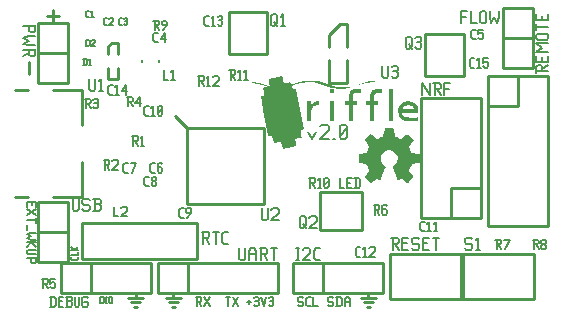
<source format=gbr>
G04 start of page 8 for group -4079 idx -4079 *
G04 Title: riffle, topsilk *
G04 Creator: pcb 1.99z *
G04 CreationDate: Tue 18 Feb 2014 02:58:49 AM GMT UTC *
G04 For: ben *
G04 Format: Gerber/RS-274X *
G04 PCB-Dimensions (mil): 6000.00 5000.00 *
G04 PCB-Coordinate-Origin: lower left *
%MOIN*%
%FSLAX25Y25*%
%LNTOPSILK*%
%ADD64C,0.0080*%
%ADD63C,0.0060*%
%ADD62C,0.0100*%
%ADD61C,0.0001*%
G54D61*G36*
X237179Y353139D02*Y351816D01*
X235269D01*
X234972Y351714D01*
X234829Y351644D01*
X234732Y351550D01*
X234662Y351425D01*
X234542Y350828D01*
X234510Y350080D01*
Y349146D01*
X235834D01*
Y347801D01*
X234510D01*
Y342462D01*
X233164D01*
Y347801D01*
X231840D01*
Y349146D01*
X233164D01*
Y349862D01*
X233192Y350748D01*
X233251Y351317D01*
X233381Y351892D01*
X233663Y352358D01*
X233902Y352678D01*
X234282Y352922D01*
X234754Y353085D01*
X235291Y353139D01*
X237179D01*
G37*
G36*
X239392Y353161D02*X240715D01*
Y342483D01*
X239392D01*
Y353161D01*
G37*
G36*
X230092Y353139D02*Y351816D01*
X228183D01*
X227862Y351708D01*
X227726Y351613D01*
X227646Y351550D01*
X227575Y351425D01*
X227456Y350828D01*
X227423Y350080D01*
Y349146D01*
X228747D01*
Y347801D01*
X227423D01*
Y342462D01*
X226078D01*
Y347801D01*
X224754D01*
Y349146D01*
X226078D01*
Y349862D01*
X226088Y351199D01*
X226295Y351892D01*
X226577Y352358D01*
X226815Y352678D01*
X227195Y352922D01*
X227667Y353085D01*
X228204Y353139D01*
X230092D01*
G37*
G36*
X219633D02*X220957D01*
Y351816D01*
X219633D01*
Y353139D01*
G37*
G36*
Y349146D02*X220957D01*
Y342462D01*
X219633D01*
Y349146D01*
G37*
G36*
X238195Y340162D02*X240772D01*
X240855Y340129D01*
X240902Y340053D01*
X240951Y339814D01*
X240995Y339592D01*
X241386Y337460D01*
X241433Y337373D01*
X241516Y337314D01*
X241619Y337270D01*
X242409Y336999D01*
X243159Y336641D01*
X243164D01*
X243252Y336603D01*
X243349Y336589D01*
X243447Y336620D01*
X245220Y337839D01*
X245411Y337964D01*
X245612Y338100D01*
X245698Y338125D01*
X245779Y338089D01*
X246111Y337759D01*
X246614Y337259D01*
X246773Y337096D01*
X247272Y336599D01*
X247434Y336441D01*
X247602Y336267D01*
X247640Y336182D01*
X247619Y336093D01*
X247483Y335892D01*
X247353Y335702D01*
X246164Y333966D01*
X246133Y333875D01*
X246148Y333777D01*
X246193Y333678D01*
X246876Y332072D01*
X246913Y331981D01*
X246976Y331903D01*
X247066Y331856D01*
X249105Y331475D01*
X249329Y331432D01*
X249572Y331389D01*
X249647Y331342D01*
X249676Y331259D01*
Y328682D01*
X249647Y328593D01*
X249572Y328546D01*
X249329Y328503D01*
X249105Y328460D01*
X247126Y328091D01*
X247038Y328043D01*
X246984Y327960D01*
X246956Y327900D01*
Y327889D01*
X246240Y326116D01*
X246236Y326104D01*
X246219Y326062D01*
X246202Y325960D01*
X246229Y325866D01*
X247359Y324234D01*
X247483Y324043D01*
X247624Y323842D01*
X247643Y323756D01*
X247602Y323675D01*
X247434Y323495D01*
X247272Y323338D01*
X245953Y322020D01*
X245779Y321852D01*
X245698Y321812D01*
X245612Y321829D01*
X245411Y321971D01*
X245220Y322095D01*
X243626Y323192D01*
X243527Y323221D01*
X243429Y323202D01*
X243099Y323018D01*
X242905Y322909D01*
X242558Y322731D01*
X242473Y322725D01*
X242411Y322786D01*
X242264Y323142D01*
X242177Y323349D01*
X240794Y326707D01*
X240706Y326913D01*
X240609Y327146D01*
X240605Y327241D01*
X240658Y327314D01*
X240881Y327445D01*
X241022Y327553D01*
X241558Y327999D01*
X241973Y328563D01*
X242240Y329222D01*
X242334Y329952D01*
X242276Y330527D01*
X242111Y331062D01*
X241848Y331546D01*
X241499Y331968D01*
X241079Y332317D01*
X240595Y332581D01*
X240061Y332746D01*
X239487Y332804D01*
X238912Y332746D01*
X238377Y332581D01*
X237894Y332317D01*
X237472Y331968D01*
X237124Y331546D01*
X236862Y331062D01*
X236697Y330527D01*
X236638Y329952D01*
X236731Y329222D01*
X236998Y328563D01*
X237412Y327999D01*
X237951Y327553D01*
X238087Y327445D01*
X238309Y327314D01*
X238363Y327241D01*
X238358Y327146D01*
X238261Y326913D01*
X238173Y326707D01*
X236790Y323349D01*
X236703Y323142D01*
X236556Y322786D01*
X236495Y322725D01*
X236411Y322731D01*
X236069Y322909D01*
X235868Y323018D01*
X235537Y323202D01*
X235438Y323221D01*
X235340Y323192D01*
X233747Y322095D01*
X233562Y321971D01*
X233356Y321829D01*
X233269Y321812D01*
X233187Y321852D01*
X233013Y322020D01*
X232856Y322182D01*
X232358Y322681D01*
X232195Y322839D01*
X231695Y323338D01*
X231533Y323495D01*
X231364Y323675D01*
X231326Y323756D01*
X231348Y323842D01*
X231484Y324043D01*
X231614Y324234D01*
X232737Y325866D01*
X232764Y325960D01*
X232748Y326062D01*
X232726Y326121D01*
X232016Y327895D01*
X231983Y327960D01*
X231929Y328043D01*
X231843Y328091D01*
X229862Y328460D01*
X229640Y328503D01*
X229401Y328546D01*
X229322Y328596D01*
X229292Y328682D01*
Y331259D01*
X229322Y331342D01*
X229401Y331389D01*
X229640Y331438D01*
X229862Y331475D01*
X231902Y331856D01*
X231990Y331903D01*
X232053Y331986D01*
X232090Y332072D01*
X232779Y333678D01*
X232819Y333777D01*
X232836Y333875D01*
X232808Y333966D01*
X231614Y335707D01*
X231484Y335892D01*
X231348Y336093D01*
X231326Y336182D01*
X231364Y336267D01*
X231533Y336441D01*
X231695Y336599D01*
X233187Y338089D01*
X233269Y338125D01*
X233356Y338106D01*
X233562Y337970D01*
X233747Y337839D01*
X235520Y336620D01*
X235618Y336591D01*
X235716Y336609D01*
X235802Y336641D01*
X235813Y336646D01*
X236559Y337000D01*
X237349Y337275D01*
X237452Y337314D01*
X237536Y337373D01*
X237581Y337460D01*
X237979Y339592D01*
X238016Y339814D01*
X238064Y340053D01*
X238112Y340129D01*
X238195Y340162D01*
G37*
G36*
X249252Y345919D02*Y345095D01*
X243727Y345113D01*
X243836Y344616D01*
X243984Y344362D01*
X244217Y344211D01*
X244479Y344092D01*
X244866Y343915D01*
X245393Y343792D01*
X245903Y343663D01*
X246558Y343583D01*
X246757Y343581D01*
X247115D01*
X247494Y343590D01*
X247896Y343589D01*
X248102Y343581D01*
X248449Y343603D01*
X248905Y343693D01*
X249252Y343771D01*
Y342425D01*
X246475D01*
X245476Y342485D01*
X244738Y342648D01*
X244153Y342924D01*
X243632Y343315D01*
X243145Y343713D01*
X242816Y344236D01*
X242606Y344953D01*
X242590Y345702D01*
X242585Y346462D01*
X242718Y347042D01*
X243100Y347655D01*
X243545Y348176D01*
X243930Y348556D01*
X244543Y348854D01*
X245297Y349044D01*
X246072Y349042D01*
X246697Y348898D01*
X247321Y348751D01*
X247912Y348567D01*
X247408Y347395D01*
X246746Y347574D01*
X246084Y347764D01*
X245533Y347735D01*
X245104Y347600D01*
X244874Y347503D01*
X244608Y347395D01*
X244267Y347097D01*
X244088Y346885D01*
X244001Y346690D01*
X243957Y346440D01*
X247929D01*
X247858Y346618D01*
X247721Y346939D01*
X247581Y347140D01*
X247408Y347395D01*
X247912Y348567D01*
X248461Y348121D01*
X249096Y347133D01*
X249252Y345919D01*
G37*
G36*
X216226Y347801D02*X215402D01*
X214550Y347524D01*
X214257Y347454D01*
X214013Y347280D01*
X213758Y346906D01*
X213622Y346569D01*
X213568Y346227D01*
X213557Y345804D01*
Y342462D01*
X212233D01*
Y349146D01*
X213557D01*
Y347801D01*
X213546Y347953D01*
X213769Y348240D01*
X214094Y348560D01*
X214403Y348799D01*
X214572Y348843D01*
X214886Y348962D01*
X215282Y349092D01*
X215684Y349146D01*
X216226D01*
Y347801D01*
G37*
G36*
X203694Y334427D02*X203477Y335366D01*
X203374Y335491D01*
X203227D01*
X201209Y335203D01*
X201024Y335556D01*
X200818Y336424D01*
X200601Y337579D01*
X199961Y337504D01*
X199402Y337482D01*
X199245Y337715D01*
X197932Y344318D01*
X196793Y350769D01*
X197384Y350980D01*
X197861Y351203D01*
X197666Y352342D01*
X197541Y353421D01*
X197639Y353639D01*
X197851Y353698D01*
X198122Y353747D01*
X199033Y353926D01*
X197498Y354371D01*
X194156Y355130D01*
X193630Y355239D01*
X193613Y355619D01*
X193901D01*
X194574Y355532D01*
X196250Y355114D01*
X199505Y354062D01*
X199750D01*
X199511Y355266D01*
X199353Y356552D01*
X203650Y357420D01*
X203835Y357398D01*
X203954Y357268D01*
X204177Y356313D01*
X204475Y355109D01*
X205430Y355196D01*
X206564Y355364D01*
X206748Y355244D01*
X206830Y354973D01*
X206906Y354566D01*
X208278Y355027D01*
X211143Y355787D01*
X212401Y355923D01*
X213741Y355933D01*
X216015Y355695D01*
X219091Y354783D01*
X221988Y353948D01*
X223171Y353742D01*
X224278Y353676D01*
X225401Y353758D01*
X226610Y353975D01*
X229616Y354843D01*
X232969Y355798D01*
X234521Y355977D01*
X234993Y355966D01*
X235047Y355879D01*
X234944Y355781D01*
X235047Y355722D01*
X234971Y355657D01*
X234548Y355581D01*
X231623Y355190D01*
X229095Y354425D01*
X225623Y353438D01*
X224299Y353264D01*
X222959Y353253D01*
X220540Y353557D01*
X217306Y354528D01*
X214566Y355326D01*
X212434Y355537D01*
X210215Y355304D01*
X207535Y354528D01*
X206998Y354192D01*
X207063Y353910D01*
X207079Y353720D01*
X207296Y353053D01*
X207898Y353047D01*
X208533Y353123D01*
X209819Y346651D01*
X211099Y339912D01*
X210985Y339685D01*
X210492Y339571D01*
X210014Y339462D01*
X209949Y339288D01*
X210237Y337883D01*
X210437Y336890D01*
X209238Y336673D01*
X208235Y336435D01*
X208398Y335241D01*
X208501Y333988D01*
X204215Y333136D01*
X203981Y333223D01*
X203694Y334427D01*
G37*
G54D62*X155000Y285000D02*Y283500D01*
X152500D02*X157500D01*
X153500Y282000D02*X156500D01*
X154500Y280500D02*X155500D01*
X127500Y379500D02*Y375500D01*
X125500Y377500D02*X129500D01*
X119500Y362000D02*Y358000D01*
X167500Y285000D02*Y283500D01*
X165000D02*X170000D01*
X166000Y282000D02*X169000D01*
X167000Y280500D02*X168000D01*
X232500Y285000D02*Y283500D01*
X230000D02*X235000D01*
X231000Y282000D02*X234000D01*
X232000Y280500D02*X233000D01*
G54D63*X192000Y282220D02*X193520D01*
X192760Y282980D02*Y281460D01*
X194432Y283360D02*X194812Y283740D01*
X195572D01*
X195952Y283360D01*
X195572Y280700D02*X195952Y281080D01*
X194812Y280700D02*X195572D01*
X194432Y281080D02*X194812Y280700D01*
Y282372D02*X195572D01*
X195952Y283360D02*Y282752D01*
Y281992D02*Y281080D01*
Y281992D02*X195572Y282372D01*
X195952Y282752D02*X195572Y282372D01*
X196864Y283740D02*X197624Y280700D01*
X198384Y283740D01*
X199296Y283360D02*X199676Y283740D01*
X200436D01*
X200816Y283360D01*
X200436Y280700D02*X200816Y281080D01*
X199676Y280700D02*X200436D01*
X199296Y281080D02*X199676Y280700D01*
Y282372D02*X200436D01*
X200816Y283360D02*Y282752D01*
Y281992D02*Y281080D01*
Y281992D02*X200436Y282372D01*
X200816Y282752D02*X200436Y282372D01*
X185000Y283760D02*X186480D01*
X185740D02*Y280800D01*
X187368D02*X189218Y283760D01*
X187368D02*X189218Y280800D01*
X175000Y283740D02*X176520D01*
X176900Y283360D01*
Y282600D01*
X176520Y282220D02*X176900Y282600D01*
X175380Y282220D02*X176520D01*
X175380Y283740D02*Y280700D01*
X175988Y282220D02*X176900Y280700D01*
X177812D02*X179712Y283740D01*
X177812D02*X179712Y280700D01*
X220520Y283740D02*X220900Y283360D01*
X219380Y283740D02*X220520D01*
X219000Y283360D02*X219380Y283740D01*
X219000Y283360D02*Y282600D01*
X219380Y282220D01*
X220520D01*
X220900Y281840D01*
Y281080D01*
X220520Y280700D02*X220900Y281080D01*
X219380Y280700D02*X220520D01*
X219000Y281080D02*X219380Y280700D01*
X222192Y283740D02*Y280700D01*
X223180Y283740D02*X223712Y283208D01*
Y281232D01*
X223180Y280700D02*X223712Y281232D01*
X221812Y280700D02*X223180D01*
X221812Y283740D02*X223180D01*
X224624Y282980D02*Y280700D01*
Y282980D02*X225156Y283740D01*
X225992D01*
X226524Y282980D01*
Y280700D01*
X224624Y282220D02*X226524D01*
X210520Y283740D02*X210900Y283360D01*
X209380Y283740D02*X210520D01*
X209000Y283360D02*X209380Y283740D01*
X209000Y283360D02*Y282600D01*
X209380Y282220D01*
X210520D01*
X210900Y281840D01*
Y281080D01*
X210520Y280700D02*X210900Y281080D01*
X209380Y280700D02*X210520D01*
X209000Y281080D02*X209380Y280700D01*
X212344D02*X213332D01*
X211812Y281232D02*X212344Y280700D01*
X211812Y283208D02*Y281232D01*
Y283208D02*X212344Y283740D01*
X213332D01*
X214244D02*Y280700D01*
X215764D01*
X212500Y338840D02*X213720Y336400D01*
X214940Y338840D02*X213720Y336400D01*
X216404Y340670D02*X217014Y341280D01*
X218844D01*
X219454Y340670D01*
Y339450D01*
X216404Y336400D02*X219454Y339450D01*
X216404Y336400D02*X219454D01*
X220918D02*X221528D01*
X222992Y337010D02*X223602Y336400D01*
X222992Y340670D02*Y337010D01*
Y340670D02*X223602Y341280D01*
X224822D01*
X225432Y340670D01*
Y337010D01*
X224822Y336400D02*X225432Y337010D01*
X223602Y336400D02*X224822D01*
X222992Y337620D02*X225432Y340060D01*
X143270Y283960D02*Y281800D01*
X143972Y283960D02*X144350Y283582D01*
Y282178D01*
X143972Y281800D02*X144350Y282178D01*
X143000Y281800D02*X143972D01*
X143000Y283960D02*X143972D01*
X144998D02*X145538D01*
X145268D02*Y281800D01*
X144998D02*X145538D01*
X146186Y283690D02*Y282070D01*
Y283690D02*X146456Y283960D01*
X146996D01*
X147266Y283690D01*
Y282070D01*
X146996Y281800D02*X147266Y282070D01*
X146456Y281800D02*X146996D01*
X146186Y282070D02*X146456Y281800D01*
X135700Y297080D02*Y296378D01*
X135322Y296000D02*X135700Y296378D01*
X133918Y296000D02*X135322D01*
X133918D02*X133540Y296378D01*
Y297080D02*Y296378D01*
Y297728D02*X135700D01*
Y298808D02*Y297728D01*
X133540Y299456D02*X135700D01*
X134620D02*X133540Y300536D01*
X134620Y299456D02*X135700Y300536D01*
G54D62*X122500Y375000D02*Y355000D01*
X132500D01*
Y375000D02*Y355000D01*
X122500Y375000D02*X132500D01*
X122500Y365000D02*X132500D01*
Y375000D02*Y365000D01*
X145750Y364700D02*Y367375D01*
X146975Y368600D01*
X149250D01*
Y364700D01*
X145750Y360300D02*Y356400D01*
X149250D01*
Y360300D01*
X130000Y285000D02*X160000D01*
Y295000D02*Y285000D01*
X130000Y295000D02*X160000D01*
X130000D02*Y285000D01*
X140000Y295000D02*Y285000D01*
X130000Y295000D02*X140000D01*
X132500Y315500D02*Y295500D01*
X122500Y315500D02*X132500D01*
X122500D02*Y295500D01*
X132500D01*
X122500Y305500D02*X132500D01*
X122500D02*Y295500D01*
X175500Y308500D02*X137000D01*
Y296500D01*
X175500D01*
Y308500D01*
X114744Y352717D02*X119075D01*
X114744Y317283D02*X119075D01*
X127343Y352717D02*X137185D01*
X127343Y317283D02*X137185D01*
Y352717D02*Y341299D01*
Y328701D02*Y317283D01*
X263464Y283032D02*X287874D01*
X263464Y297992D02*Y283032D01*
Y297992D02*X287874D01*
Y283032D01*
X277500Y380000D02*Y360000D01*
X287500D01*
Y380000D02*Y360000D01*
X277500Y380000D02*X287500D01*
X277500Y370000D02*X287500D01*
Y380000D02*Y370000D01*
X272500Y357500D02*Y307500D01*
X292500D01*
Y357500D01*
X272500D01*
Y347500D02*X282500D01*
Y357500D01*
X270000Y350000D02*Y310000D01*
X250000Y350000D02*X270000D01*
X250000D02*Y310000D01*
X270000D01*
X260000Y320000D02*X270000D01*
X260000D02*Y310000D01*
X239626Y283032D02*X264036D01*
X239626Y297992D02*Y283032D01*
Y297992D02*X264036D01*
Y283032D01*
X219400Y367200D02*Y371250D01*
X223000Y374850D01*
X225600D01*
Y367200D01*
X219400Y362800D02*Y355150D01*
X225600D01*
Y362800D01*
X251500Y371500D02*Y357600D01*
X264300D01*
Y371500D01*
X251500D01*
X216400Y318900D02*X230300D01*
X216400D02*Y306100D01*
X230300D01*
Y318900D02*Y306100D01*
X207500Y285000D02*X237500D01*
Y295000D02*Y285000D01*
X207500Y295000D02*X237500D01*
X207500D02*Y285000D01*
X217500Y295000D02*Y285000D01*
X207500Y295000D02*X217500D01*
X197795Y314705D02*X172205D01*
Y340295D01*
X197795D01*
Y314705D01*
X172205Y340295D02*X168268Y344232D01*
G54D64*X162755Y362893D02*Y362107D01*
X157245Y362893D02*Y362107D01*
G54D62*X186100Y378800D02*Y364900D01*
X198900D01*
Y378800D01*
X186100D01*
X162500Y285000D02*X202500D01*
Y295000D02*Y285000D01*
X162500Y295000D02*X202500D01*
X162500D02*Y285000D01*
X172500Y295000D02*Y285000D01*
X162500Y295000D02*X172500D01*
G54D63*X117500Y374000D02*X121500D01*
Y374500D02*Y372500D01*
X121000Y372000D01*
X120000D02*X121000D01*
X119500Y372500D02*X120000Y372000D01*
X119500Y374000D02*Y372500D01*
Y370800D02*X121500D01*
X119500D02*X117500Y370300D01*
X119500Y369300D01*
X117500Y368300D01*
X119500Y367800D01*
X121500D01*
Y366600D02*Y364600D01*
X121000Y364100D01*
X120000D02*X121000D01*
X119500Y364600D02*X120000Y364100D01*
X119500Y366100D02*Y364600D01*
X117500Y366100D02*X121500D01*
X119500Y365300D02*X117500Y364100D01*
X138027Y349821D02*X139567D01*
X139952Y349436D01*
Y348666D01*
X139567Y348281D02*X139952Y348666D01*
X138412Y348281D02*X139567D01*
X138412Y349821D02*Y346741D01*
X139028Y348281D02*X139952Y346741D01*
X140876Y349436D02*X141261Y349821D01*
X142031D01*
X142416Y349436D01*
X142031Y346741D02*X142416Y347126D01*
X141261Y346741D02*X142031D01*
X140876Y347126D02*X141261Y346741D01*
Y348435D02*X142031D01*
X142416Y349436D02*Y348820D01*
Y348050D02*Y347126D01*
Y348050D02*X142031Y348435D01*
X142416Y348820D02*X142031Y348435D01*
X146330Y351300D02*X147331D01*
X145791Y351839D02*X146330Y351300D01*
X145791Y353841D02*Y351839D01*
Y353841D02*X146330Y354380D01*
X147331D01*
X148255Y353764D02*X148871Y354380D01*
Y351300D01*
X148255D02*X149410D01*
X150334Y352455D02*X151874Y354380D01*
X150334Y352455D02*X152259D01*
X151874Y354380D02*Y351300D01*
X152027Y350439D02*X153567D01*
X153952Y350054D01*
Y349284D01*
X153567Y348899D02*X153952Y349284D01*
X152412Y348899D02*X153567D01*
X152412Y350439D02*Y347359D01*
X153028Y348899D02*X153952Y347359D01*
X154876Y348514D02*X156416Y350439D01*
X154876Y348514D02*X156801D01*
X156416Y350439D02*Y347359D01*
X139500Y356600D02*Y353100D01*
X140000Y352600D01*
X141000D01*
X141500Y353100D01*
Y356600D02*Y353100D01*
X142700Y355800D02*X143500Y356600D01*
Y352600D01*
X142700D02*X144200D01*
X144787Y374568D02*X145489D01*
X144409Y374946D02*X144787Y374568D01*
X144409Y376350D02*Y374946D01*
Y376350D02*X144787Y376728D01*
X145489D01*
X146137Y376458D02*X146407Y376728D01*
X147217D01*
X147487Y376458D01*
Y375918D01*
X146137Y374568D02*X147487Y375918D01*
X146137Y374568D02*X147487D01*
X138556Y369561D02*Y367441D01*
X139245Y369561D02*X139616Y369190D01*
Y367812D01*
X139245Y367441D02*X139616Y367812D01*
X138291Y367441D02*X139245D01*
X138291Y369561D02*X139245D01*
X140252Y369296D02*X140517Y369561D01*
X141312D01*
X141577Y369296D01*
Y368766D01*
X140252Y367441D02*X141577Y368766D01*
X140252Y367441D02*X141577D01*
X137674Y363120D02*Y361000D01*
X138363Y363120D02*X138734Y362749D01*
Y361371D01*
X138363Y361000D02*X138734Y361371D01*
X137409Y361000D02*X138363D01*
X137409Y363120D02*X138363D01*
X139370Y362696D02*X139794Y363120D01*
Y361000D01*
X139370D02*X140165D01*
X149728Y374509D02*X150430D01*
X149350Y374887D02*X149728Y374509D01*
X149350Y376291D02*Y374887D01*
Y376291D02*X149728Y376669D01*
X150430D01*
X151078Y376399D02*X151348Y376669D01*
X151888D01*
X152158Y376399D01*
X151888Y374509D02*X152158Y374779D01*
X151348Y374509D02*X151888D01*
X151078Y374779D02*X151348Y374509D01*
Y375697D02*X151888D01*
X152158Y376399D02*Y375967D01*
Y375427D02*Y374779D01*
Y375427D02*X151888Y375697D01*
X152158Y375967D02*X151888Y375697D01*
X138787Y377068D02*X139489D01*
X138409Y377446D02*X138787Y377068D01*
X138409Y378850D02*Y377446D01*
Y378850D02*X138787Y379228D01*
X139489D01*
X140137Y378796D02*X140569Y379228D01*
Y377068D01*
X140137D02*X140947D01*
X266669Y303512D02*X267169Y303012D01*
X265169Y303512D02*X266669D01*
X264669Y303012D02*X265169Y303512D01*
X264669Y303012D02*Y302012D01*
X265169Y301512D01*
X266669D01*
X267169Y301012D01*
Y300012D01*
X266669Y299512D02*X267169Y300012D01*
X265169Y299512D02*X266669D01*
X264669Y300012D02*X265169Y299512D01*
X268369Y302712D02*X269169Y303512D01*
Y299512D01*
X268369D02*X269869D01*
X267330Y369859D02*X268331D01*
X266791Y370398D02*X267330Y369859D01*
X266791Y372400D02*Y370398D01*
Y372400D02*X267330Y372939D01*
X268331D01*
X269255D02*X270795D01*
X269255D02*Y371399D01*
X269640Y371784D01*
X270410D01*
X270795Y371399D01*
Y370244D01*
X270410Y369859D02*X270795Y370244D01*
X269640Y369859D02*X270410D01*
X269255Y370244D02*X269640Y369859D01*
X263500Y379000D02*Y375000D01*
Y379000D02*X265500D01*
X263500Y377200D02*X265000D01*
X266700Y379000D02*Y375000D01*
X268700D01*
X269900Y378500D02*Y375500D01*
Y378500D02*X270400Y379000D01*
X271400D01*
X271900Y378500D01*
Y375500D01*
X271400Y375000D02*X271900Y375500D01*
X270400Y375000D02*X271400D01*
X269900Y375500D02*X270400Y375000D01*
X273100Y379000D02*Y377000D01*
X273600Y375000D01*
X274600Y377000D01*
X275600Y375000D01*
X276100Y377000D01*
Y379000D02*Y377000D01*
X274909Y302880D02*X276449D01*
X276834Y302495D01*
Y301725D01*
X276449Y301340D02*X276834Y301725D01*
X275294Y301340D02*X276449D01*
X275294Y302880D02*Y299800D01*
X275910Y301340D02*X276834Y299800D01*
X278143D02*X279683Y302880D01*
X277758D02*X279683D01*
X266889Y360300D02*X267890D01*
X266350Y360839D02*X266889Y360300D01*
X266350Y362841D02*Y360839D01*
Y362841D02*X266889Y363380D01*
X267890D01*
X268814Y362764D02*X269430Y363380D01*
Y360300D01*
X268814D02*X269969D01*
X270893Y363380D02*X272433D01*
X270893D02*Y361840D01*
X271278Y362225D01*
X272048D01*
X272433Y361840D01*
Y360685D01*
X272048Y360300D02*X272433Y360685D01*
X271278Y360300D02*X272048D01*
X270893Y360685D02*X271278Y360300D01*
X250330Y305800D02*X251331D01*
X249791Y306339D02*X250330Y305800D01*
X249791Y308341D02*Y306339D01*
Y308341D02*X250330Y308880D01*
X251331D01*
X252255Y308264D02*X252871Y308880D01*
Y305800D01*
X252255D02*X253410D01*
X254334Y308264D02*X254950Y308880D01*
Y305800D01*
X254334D02*X255489D01*
X234291Y314380D02*X235831D01*
X236216Y313995D01*
Y313225D01*
X235831Y312840D02*X236216Y313225D01*
X234676Y312840D02*X235831D01*
X234676Y314380D02*Y311300D01*
X235292Y312840D02*X236216Y311300D01*
X238295Y314380D02*X238680Y313995D01*
X237525Y314380D02*X238295D01*
X237140Y313995D02*X237525Y314380D01*
X237140Y313995D02*Y311685D01*
X237525Y311300D01*
X238295Y312994D02*X238680Y312609D01*
X237140Y312994D02*X238295D01*
X237525Y311300D02*X238295D01*
X238680Y311685D01*
Y312609D02*Y311685D01*
X228889Y297300D02*X229890D01*
X228350Y297839D02*X228889Y297300D01*
X228350Y299841D02*Y297839D01*
Y299841D02*X228889Y300380D01*
X229890D01*
X230814Y299764D02*X231430Y300380D01*
Y297300D01*
X230814D02*X231969D01*
X232893Y299995D02*X233278Y300380D01*
X234433D01*
X234818Y299995D01*
Y299225D01*
X232893Y297300D02*X234818Y299225D01*
X232893Y297300D02*X234818D01*
X240170Y303488D02*X242170D01*
X242670Y302988D01*
Y301988D01*
X242170Y301488D02*X242670Y301988D01*
X240670Y301488D02*X242170D01*
X240670Y303488D02*Y299488D01*
X241470Y301488D02*X242670Y299488D01*
X243870Y301688D02*X245370D01*
X243870Y299488D02*X245870D01*
X243870Y303488D02*Y299488D01*
Y303488D02*X245870D01*
X249070D02*X249570Y302988D01*
X247570Y303488D02*X249070D01*
X247070Y302988D02*X247570Y303488D01*
X247070Y302988D02*Y301988D01*
X247570Y301488D01*
X249070D01*
X249570Y300988D01*
Y299988D01*
X249070Y299488D02*X249570Y299988D01*
X247570Y299488D02*X249070D01*
X247070Y299988D02*X247570Y299488D01*
X250770Y301688D02*X252270D01*
X250770Y299488D02*X252770D01*
X250770Y303488D02*Y299488D01*
Y303488D02*X252770D01*
X253970D02*X255970D01*
X254970D02*Y299488D01*
X287350Y302939D02*X288890D01*
X289275Y302554D01*
Y301784D01*
X288890Y301399D02*X289275Y301784D01*
X287735Y301399D02*X288890D01*
X287735Y302939D02*Y299859D01*
X288351Y301399D02*X289275Y299859D01*
X290199Y300244D02*X290584Y299859D01*
X290199Y300860D02*Y300244D01*
Y300860D02*X290738Y301399D01*
X291200D01*
X291739Y300860D01*
Y300244D01*
X291354Y299859D02*X291739Y300244D01*
X290584Y299859D02*X291354D01*
X290199Y301938D02*X290738Y301399D01*
X290199Y302554D02*Y301938D01*
Y302554D02*X290584Y302939D01*
X291354D01*
X291739Y302554D01*
Y301938D01*
X291200Y301399D02*X291739Y301938D01*
X288500Y360500D02*Y358500D01*
Y360500D02*X289000Y361000D01*
X290000D01*
X290500Y360500D02*X290000Y361000D01*
X290500Y360500D02*Y359000D01*
X288500D02*X292500D01*
X290500Y359800D02*X292500Y361000D01*
X290300Y363700D02*Y362200D01*
X292500Y364200D02*Y362200D01*
X288500D02*X292500D01*
X288500Y364200D02*Y362200D01*
Y365400D02*X292500D01*
X288500D02*X290500Y366900D01*
X288500Y368400D01*
X292500D01*
X289000Y369600D02*X292000D01*
X289000D02*X288500Y370100D01*
Y371100D02*Y370100D01*
Y371100D02*X289000Y371600D01*
X292000D01*
X292500Y371100D02*X292000Y371600D01*
X292500Y371100D02*Y370100D01*
X292000Y369600D02*X292500Y370100D01*
X288500Y374800D02*Y372800D01*
Y373800D02*X292500D01*
X290300Y377500D02*Y376000D01*
X292500Y378000D02*Y376000D01*
X288500D02*X292500D01*
X288500Y378000D02*Y376000D01*
X237150Y360850D02*Y357350D01*
X237650Y356850D01*
X238650D01*
X239150Y357350D01*
Y360850D02*Y357350D01*
X240350Y360350D02*X240850Y360850D01*
X241850D01*
X242350Y360350D01*
X241850Y356850D02*X242350Y357350D01*
X240850Y356850D02*X241850D01*
X240350Y357350D02*X240850Y356850D01*
Y359050D02*X241850D01*
X242350Y360350D02*Y359550D01*
Y358550D02*Y357350D01*
Y358550D02*X241850Y359050D01*
X242350Y359550D02*X241850Y359050D01*
X245000Y370000D02*Y367000D01*
Y370000D02*X245500Y370500D01*
X246500D01*
X247000Y370000D01*
Y367500D01*
X246000Y366500D02*X247000Y367500D01*
X245500Y366500D02*X246000D01*
X245000Y367000D02*X245500Y366500D01*
X246000Y368000D02*X247000Y366500D01*
X248200Y370000D02*X248700Y370500D01*
X249700D01*
X250200Y370000D01*
X249700Y366500D02*X250200Y367000D01*
X248700Y366500D02*X249700D01*
X248200Y367000D02*X248700Y366500D01*
Y368700D02*X249700D01*
X250200Y370000D02*Y369200D01*
Y368200D02*Y367000D01*
Y368200D02*X249700Y368700D01*
X250200Y369200D02*X249700Y368700D01*
X222978Y323359D02*Y320279D01*
X224518D01*
X225442Y321973D02*X226597D01*
X225442Y320279D02*X226982D01*
X225442Y323359D02*Y320279D01*
Y323359D02*X226982D01*
X228291D02*Y320279D01*
X229292Y323359D02*X229831Y322820D01*
Y320818D01*
X229292Y320279D02*X229831Y320818D01*
X227906Y320279D02*X229292D01*
X227906Y323359D02*X229292D01*
X250500Y355000D02*Y351000D01*
Y355000D02*X253000Y351000D01*
Y355000D02*Y351000D01*
X254200Y355000D02*X256200D01*
X256700Y354500D01*
Y353500D01*
X256200Y353000D02*X256700Y353500D01*
X254700Y353000D02*X256200D01*
X254700Y355000D02*Y351000D01*
X255500Y353000D02*X256700Y351000D01*
X257900Y355000D02*Y351000D01*
Y355000D02*X259900D01*
X257900Y353200D02*X259400D01*
X160389Y325300D02*X161390D01*
X159850Y325839D02*X160389Y325300D01*
X159850Y327841D02*Y325839D01*
Y327841D02*X160389Y328380D01*
X161390D01*
X163469D02*X163854Y327995D01*
X162699Y328380D02*X163469D01*
X162314Y327995D02*X162699Y328380D01*
X162314Y327995D02*Y325685D01*
X162699Y325300D01*
X163469Y326994D02*X163854Y326609D01*
X162314Y326994D02*X163469D01*
X162699Y325300D02*X163469D01*
X163854Y325685D01*
Y326609D02*Y325685D01*
X158389Y320800D02*X159390D01*
X157850Y321339D02*X158389Y320800D01*
X157850Y323341D02*Y321339D01*
Y323341D02*X158389Y323880D01*
X159390D01*
X160314Y321185D02*X160699Y320800D01*
X160314Y321801D02*Y321185D01*
Y321801D02*X160853Y322340D01*
X161315D01*
X161854Y321801D01*
Y321185D01*
X161469Y320800D02*X161854Y321185D01*
X160699Y320800D02*X161469D01*
X160314Y322879D02*X160853Y322340D01*
X160314Y323495D02*Y322879D01*
Y323495D02*X160699Y323880D01*
X161469D01*
X161854Y323495D01*
Y322879D01*
X161315Y322340D02*X161854Y322879D01*
X212850Y323380D02*X214390D01*
X214775Y322995D01*
Y322225D01*
X214390Y321840D02*X214775Y322225D01*
X213235Y321840D02*X214390D01*
X213235Y323380D02*Y320300D01*
X213851Y321840D02*X214775Y320300D01*
X215699Y322764D02*X216315Y323380D01*
Y320300D01*
X215699D02*X216854D01*
X217778Y320685D02*X218163Y320300D01*
X217778Y322995D02*Y320685D01*
Y322995D02*X218163Y323380D01*
X218933D01*
X219318Y322995D01*
Y320685D01*
X218933Y320300D02*X219318Y320685D01*
X218163Y320300D02*X218933D01*
X217778Y321070D02*X219318Y322610D01*
X169948Y310300D02*X170949D01*
X169409Y310839D02*X169948Y310300D01*
X169409Y312841D02*Y310839D01*
Y312841D02*X169948Y313380D01*
X170949D01*
X172258Y310300D02*X173413Y311840D01*
Y312995D02*Y311840D01*
X173028Y313380D02*X173413Y312995D01*
X172258Y313380D02*X173028D01*
X171873Y312995D02*X172258Y313380D01*
X171873Y312995D02*Y312225D01*
X172258Y311840D01*
X173413D01*
X209607Y310266D02*Y307266D01*
Y310266D02*X210107Y310766D01*
X211107D01*
X211607Y310266D01*
Y307766D01*
X210607Y306766D02*X211607Y307766D01*
X210107Y306766D02*X210607D01*
X209607Y307266D02*X210107Y306766D01*
X210607Y308266D02*X211607Y306766D01*
X212807Y310266D02*X213307Y310766D01*
X214807D01*
X215307Y310266D01*
Y309266D01*
X212807Y306766D02*X215307Y309266D01*
X212807Y306766D02*X215307D01*
X177000Y305500D02*X179000D01*
X179500Y305000D01*
Y304000D01*
X179000Y303500D02*X179500Y304000D01*
X177500Y303500D02*X179000D01*
X177500Y305500D02*Y301500D01*
X178300Y303500D02*X179500Y301500D01*
X180700Y305500D02*X182700D01*
X181700D02*Y301500D01*
X184600D02*X185900D01*
X183900Y302200D02*X184600Y301500D01*
X183900Y304800D02*Y302200D01*
Y304800D02*X184600Y305500D01*
X185900D01*
X197000Y313374D02*Y309874D01*
X197500Y309374D01*
X198500D01*
X199000Y309874D01*
Y313374D02*Y309874D01*
X200200Y312874D02*X200700Y313374D01*
X202200D01*
X202700Y312874D01*
Y311874D01*
X200200Y309374D02*X202700Y311874D01*
X200200Y309374D02*X202700D01*
X208500Y300010D02*X209490D01*
X208995D02*Y296050D01*
X208500D02*X209490D01*
X210678Y299515D02*X211173Y300010D01*
X212658D01*
X213153Y299515D01*
Y298525D01*
X210678Y296050D02*X213153Y298525D01*
X210678Y296050D02*X213153D01*
X215034D02*X216321D01*
X214341Y296743D02*X215034Y296050D01*
X214341Y299317D02*Y296743D01*
Y299317D02*X215034Y300010D01*
X216321D01*
X189500D02*Y296545D01*
X189995Y296050D01*
X190985D01*
X191480Y296545D01*
Y300010D02*Y296545D01*
X192668Y299020D02*Y296050D01*
Y299020D02*X193361Y300010D01*
X194450D01*
X195143Y299020D01*
Y296050D01*
X192668Y298030D02*X195143D01*
X196331Y300010D02*X198311D01*
X198806Y299515D01*
Y298525D01*
X198311Y298030D02*X198806Y298525D01*
X196826Y298030D02*X198311D01*
X196826Y300010D02*Y296050D01*
X197618Y298030D02*X198806Y296050D01*
X199994Y300010D02*X201974D01*
X200984D02*Y296050D01*
X158330Y344300D02*X159331D01*
X157791Y344839D02*X158330Y344300D01*
X157791Y346841D02*Y344839D01*
Y346841D02*X158330Y347380D01*
X159331D01*
X160255Y346764D02*X160871Y347380D01*
Y344300D01*
X160255D02*X161410D01*
X162334Y344685D02*X162719Y344300D01*
X162334Y346995D02*Y344685D01*
Y346995D02*X162719Y347380D01*
X163489D01*
X163874Y346995D01*
Y344685D01*
X163489Y344300D02*X163874Y344685D01*
X162719Y344300D02*X163489D01*
X162334Y345070D02*X163874Y346610D01*
X164350Y359380D02*Y356300D01*
X165890D01*
X166814Y358764D02*X167430Y359380D01*
Y356300D01*
X166814D02*X167969D01*
X161389Y368800D02*X162390D01*
X160850Y369339D02*X161389Y368800D01*
X160850Y371341D02*Y369339D01*
Y371341D02*X161389Y371880D01*
X162390D01*
X163314Y369955D02*X164854Y371880D01*
X163314Y369955D02*X165239D01*
X164854Y371880D02*Y368800D01*
X178389Y374300D02*X179390D01*
X177850Y374839D02*X178389Y374300D01*
X177850Y376841D02*Y374839D01*
Y376841D02*X178389Y377380D01*
X179390D01*
X180314Y376764D02*X180930Y377380D01*
Y374300D01*
X180314D02*X181469D01*
X182393Y376995D02*X182778Y377380D01*
X183548D01*
X183933Y376995D01*
X183548Y374300D02*X183933Y374685D01*
X182778Y374300D02*X183548D01*
X182393Y374685D02*X182778Y374300D01*
Y375994D02*X183548D01*
X183933Y376995D02*Y376379D01*
Y375609D02*Y374685D01*
Y375609D02*X183548Y375994D01*
X183933Y376379D02*X183548Y375994D01*
X160909Y375880D02*X162449D01*
X162834Y375495D01*
Y374725D01*
X162449Y374340D02*X162834Y374725D01*
X161294Y374340D02*X162449D01*
X161294Y375880D02*Y372800D01*
X161910Y374340D02*X162834Y372800D01*
X164143D02*X165298Y374340D01*
Y375495D02*Y374340D01*
X164913Y375880D02*X165298Y375495D01*
X164143Y375880D02*X164913D01*
X163758Y375495D02*X164143Y375880D01*
X163758Y375495D02*Y374725D01*
X164143Y374340D01*
X165298D01*
X175791Y357380D02*X177331D01*
X177716Y356995D01*
Y356225D01*
X177331Y355840D02*X177716Y356225D01*
X176176Y355840D02*X177331D01*
X176176Y357380D02*Y354300D01*
X176792Y355840D02*X177716Y354300D01*
X178640Y356764D02*X179256Y357380D01*
Y354300D01*
X178640D02*X179795D01*
X180719Y356995D02*X181104Y357380D01*
X182259D01*
X182644Y356995D01*
Y356225D01*
X180719Y354300D02*X182644Y356225D01*
X180719Y354300D02*X182644D01*
X200200Y377600D02*Y374600D01*
Y377600D02*X200700Y378100D01*
X201700D01*
X202200Y377600D01*
Y375100D01*
X201200Y374100D02*X202200Y375100D01*
X200700Y374100D02*X201200D01*
X200200Y374600D02*X200700Y374100D01*
X201200Y375600D02*X202200Y374100D01*
X203400Y377300D02*X204200Y378100D01*
Y374100D01*
X203400D02*X204900D01*
X186232Y359380D02*X187772D01*
X188157Y358995D01*
Y358225D01*
X187772Y357840D02*X188157Y358225D01*
X186617Y357840D02*X187772D01*
X186617Y359380D02*Y356300D01*
X187233Y357840D02*X188157Y356300D01*
X189081Y358764D02*X189697Y359380D01*
Y356300D01*
X189081D02*X190236D01*
X191160Y358764D02*X191776Y359380D01*
Y356300D01*
X191160D02*X192315D01*
X126885Y283730D02*Y280650D01*
X127886Y283730D02*X128425Y283191D01*
Y281189D01*
X127886Y280650D02*X128425Y281189D01*
X126500Y280650D02*X127886D01*
X126500Y283730D02*X127886D01*
X129349Y282344D02*X130504D01*
X129349Y280650D02*X130889D01*
X129349Y283730D02*Y280650D01*
Y283730D02*X130889D01*
X131813Y280650D02*X133353D01*
X133738Y281035D01*
Y281959D02*Y281035D01*
X133353Y282344D02*X133738Y281959D01*
X132198Y282344D02*X133353D01*
X132198Y283730D02*Y280650D01*
X131813Y283730D02*X133353D01*
X133738Y283345D01*
Y282729D01*
X133353Y282344D02*X133738Y282729D01*
X134662Y283730D02*Y281035D01*
X135047Y280650D01*
X135817D01*
X136202Y281035D01*
Y283730D02*Y281035D01*
X138666Y283730D02*X139051Y283345D01*
X137511Y283730D02*X138666D01*
X137126Y283345D02*X137511Y283730D01*
X137126Y283345D02*Y281035D01*
X137511Y280650D01*
X138666D01*
X139051Y281035D01*
Y281805D02*Y281035D01*
X138666Y282190D02*X139051Y281805D01*
X137896Y282190D02*X138666D01*
X123791Y289831D02*X125311D01*
X125691Y289451D01*
Y288691D01*
X125311Y288311D02*X125691Y288691D01*
X124171Y288311D02*X125311D01*
X124171Y289831D02*Y286791D01*
X124779Y288311D02*X125691Y286791D01*
X126603Y289831D02*X128123D01*
X126603D02*Y288311D01*
X126983Y288691D01*
X127743D01*
X128123Y288311D01*
Y287171D01*
X127743Y286791D02*X128123Y287171D01*
X126983Y286791D02*X127743D01*
X126603Y287171D02*X126983Y286791D01*
X120344Y315500D02*Y314345D01*
X118650Y315500D02*Y313960D01*
Y315500D02*X121730D01*
Y313960D01*
X118650Y313036D02*X121730Y311111D01*
Y313036D02*X118650Y311111D01*
X121730Y310187D02*Y308647D01*
X118650Y309417D02*X121730D01*
X118650Y307723D02*Y306183D01*
X120190Y305259D02*X121730D01*
X120190D02*X118650Y304874D01*
X120190Y304104D01*
X118650Y303334D01*
X120190Y302949D01*
X121730D01*
X118650Y302025D02*X121730D01*
X120190D02*X121730Y300485D01*
X120190Y302025D02*X118650Y300485D01*
X119035Y299561D02*X121730D01*
X119035D02*X118650Y299176D01*
Y298406D01*
X119035Y298021D01*
X121730D01*
X118650Y296712D02*X121730D01*
Y297097D02*Y295557D01*
X121345Y295172D01*
X120575D02*X121345D01*
X120190Y295557D02*X120575Y295172D01*
X120190Y296712D02*Y295557D01*
X144291Y329380D02*X145831D01*
X146216Y328995D01*
Y328225D01*
X145831Y327840D02*X146216Y328225D01*
X144676Y327840D02*X145831D01*
X144676Y329380D02*Y326300D01*
X145292Y327840D02*X146216Y326300D01*
X147140Y328995D02*X147525Y329380D01*
X148680D01*
X149065Y328995D01*
Y328225D01*
X147140Y326300D02*X149065Y328225D01*
X147140Y326300D02*X149065D01*
X153791Y337380D02*X155331D01*
X155716Y336995D01*
Y336225D01*
X155331Y335840D02*X155716Y336225D01*
X154176Y335840D02*X155331D01*
X154176Y337380D02*Y334300D01*
X154792Y335840D02*X155716Y334300D01*
X156640Y336764D02*X157256Y337380D01*
Y334300D01*
X156640D02*X157795D01*
X151389Y325300D02*X152390D01*
X150850Y325839D02*X151389Y325300D01*
X150850Y327841D02*Y325839D01*
Y327841D02*X151389Y328380D01*
X152390D01*
X153699Y325300D02*X155239Y328380D01*
X153314D02*X155239D01*
X147641Y313781D02*Y310701D01*
X149181D01*
X150105Y313396D02*X150490Y313781D01*
X151645D01*
X152030Y313396D01*
Y312626D01*
X150105Y310701D02*X152030Y312626D01*
X150105Y310701D02*X152030D01*
X134000Y316500D02*Y313000D01*
X134500Y312500D01*
X135500D01*
X136000Y313000D01*
Y316500D02*Y313000D01*
X139200Y316500D02*X139700Y316000D01*
X137700Y316500D02*X139200D01*
X137200Y316000D02*X137700Y316500D01*
X137200Y316000D02*Y315000D01*
X137700Y314500D01*
X139200D01*
X139700Y314000D01*
Y313000D01*
X139200Y312500D02*X139700Y313000D01*
X137700Y312500D02*X139200D01*
X137200Y313000D02*X137700Y312500D01*
X140900D02*X142900D01*
X143400Y313000D01*
Y314200D02*Y313000D01*
X142900Y314700D02*X143400Y314200D01*
X141400Y314700D02*X142900D01*
X141400Y316500D02*Y312500D01*
X140900Y316500D02*X142900D01*
X143400Y316000D01*
Y315200D01*
X142900Y314700D02*X143400Y315200D01*
M02*

</source>
